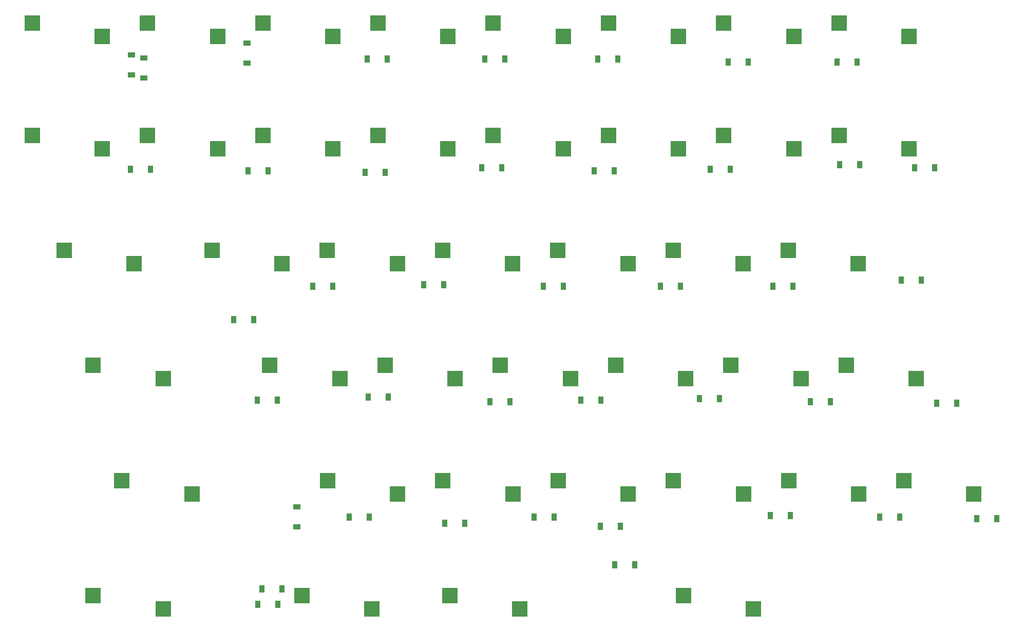
<source format=gbr>
%TF.GenerationSoftware,KiCad,Pcbnew,8.0.6*%
%TF.CreationDate,2024-11-14T19:17:05-07:00*%
%TF.ProjectId,simple_split,73696d70-6c65-45f7-9370-6c69742e6b69,v1.0.0*%
%TF.SameCoordinates,Original*%
%TF.FileFunction,Paste,Bot*%
%TF.FilePolarity,Positive*%
%FSLAX46Y46*%
G04 Gerber Fmt 4.6, Leading zero omitted, Abs format (unit mm)*
G04 Created by KiCad (PCBNEW 8.0.6) date 2024-11-14 19:17:05*
%MOMM*%
%LPD*%
G01*
G04 APERTURE LIST*
%ADD10R,2.600000X2.600000*%
%ADD11R,0.900000X1.200000*%
%ADD12R,1.200000X0.900000*%
G04 APERTURE END LIST*
D10*
%TO.C,S33*%
X256182500Y-115302000D03*
X244632500Y-113102000D03*
%TD*%
D11*
%TO.C,D26*%
X236652000Y-175858000D03*
X233352000Y-175858000D03*
%TD*%
%TO.C,D24*%
X194364000Y-176112000D03*
X197664000Y-176112000D03*
%TD*%
D10*
%TO.C,S31*%
X192000500Y-191302000D03*
X180450500Y-189102000D03*
%TD*%
%TO.C,S8*%
X128445000Y-134302000D03*
X116895000Y-132102000D03*
%TD*%
D11*
%TO.C,D6*%
X226746000Y-118708000D03*
X223446000Y-118708000D03*
%TD*%
%TO.C,D33*%
X260400000Y-118454000D03*
X257100000Y-118454000D03*
%TD*%
%TO.C,D9*%
X161214000Y-138012000D03*
X157914000Y-138012000D03*
%TD*%
%TO.C,D16*%
X170358000Y-156300000D03*
X167058000Y-156300000D03*
%TD*%
%TO.C,D10*%
X179502000Y-137758000D03*
X176202000Y-137758000D03*
%TD*%
D10*
%TO.C,S20*%
X238354000Y-153302000D03*
X226804000Y-151102000D03*
%TD*%
%TO.C,S11*%
X190829000Y-134302000D03*
X179279000Y-132102000D03*
%TD*%
D11*
%TO.C,D23*%
X167184000Y-176112000D03*
X163884000Y-176112000D03*
%TD*%
%TO.C,D7*%
X248082000Y-117946000D03*
X244782000Y-117946000D03*
%TD*%
D10*
%TO.C,S6*%
X218182500Y-115302000D03*
X206632500Y-113102000D03*
%TD*%
%TO.C,F3*%
X180182500Y-96750000D03*
X168632500Y-94550000D03*
%TD*%
%TO.C,F1*%
X142182500Y-96750000D03*
X130632500Y-94550000D03*
%TD*%
%TO.C,S35*%
X123182500Y-96750000D03*
X111632500Y-94550000D03*
%TD*%
%TO.C,S4*%
X180182500Y-115302000D03*
X168632500Y-113102000D03*
%TD*%
%TO.C,S3*%
X161182500Y-115302000D03*
X149632500Y-113102000D03*
%TD*%
%TO.C,Extra_Function_Key1*%
X256182500Y-96750000D03*
X244632500Y-94550000D03*
%TD*%
D11*
%TO.C,D37*%
X170150000Y-100500000D03*
X166850000Y-100500000D03*
%TD*%
%TO.C,D15*%
X152000000Y-156808000D03*
X148700000Y-156808000D03*
%TD*%
%TO.C,D39*%
X208150000Y-100500000D03*
X204850000Y-100500000D03*
%TD*%
D10*
%TO.C,F6*%
X237182500Y-96750000D03*
X225632500Y-94550000D03*
%TD*%
%TO.C,S5*%
X199182500Y-115302000D03*
X187632500Y-113102000D03*
%TD*%
D12*
%TO.C,D36*%
X147000000Y-101150000D03*
X147000000Y-97850000D03*
%TD*%
D11*
%TO.C,D4*%
X189026000Y-118454000D03*
X185726000Y-118454000D03*
%TD*%
%TO.C,D5*%
X207568000Y-118962000D03*
X204268000Y-118962000D03*
%TD*%
D10*
%TO.C,S25*%
X209879000Y-172302000D03*
X198329000Y-170102000D03*
%TD*%
%TO.C,S7*%
X237182500Y-115302000D03*
X225632500Y-113102000D03*
%TD*%
%TO.C,S1*%
X123182500Y-115302000D03*
X111632500Y-113102000D03*
%TD*%
D12*
%TO.C,D30*%
X155246000Y-174462000D03*
X155246000Y-177762000D03*
%TD*%
D11*
%TO.C,D38*%
X189500000Y-100500000D03*
X186200000Y-100500000D03*
%TD*%
D10*
%TO.C,F2*%
X161182500Y-96750000D03*
X149632500Y-94550000D03*
%TD*%
D11*
%TO.C,D28*%
X267388000Y-176366000D03*
X270688000Y-176366000D03*
%TD*%
D10*
%TO.C,S12*%
X209829000Y-134302000D03*
X198279000Y-132102000D03*
%TD*%
%TO.C,S24*%
X190879000Y-172302000D03*
X179329000Y-170102000D03*
%TD*%
D11*
%TO.C,D12*%
X218490000Y-138012000D03*
X215190000Y-138012000D03*
%TD*%
%TO.C,D17*%
X190424000Y-157062000D03*
X187124000Y-157062000D03*
%TD*%
D12*
%TO.C,D34*%
X130000000Y-103650000D03*
X130000000Y-100350000D03*
%TD*%
D11*
%TO.C,D14*%
X258242000Y-136996000D03*
X254942000Y-136996000D03*
%TD*%
%TO.C,D20*%
X239956000Y-157062000D03*
X243256000Y-157062000D03*
%TD*%
%TO.C,D25*%
X208586000Y-177636000D03*
X205286000Y-177636000D03*
%TD*%
%TO.C,D22*%
X152800000Y-188000000D03*
X149500000Y-188000000D03*
%TD*%
D10*
%TO.C,S2*%
X142182500Y-115302000D03*
X130632500Y-113102000D03*
%TD*%
D11*
%TO.C,D3*%
X169850000Y-119216000D03*
X166550000Y-119216000D03*
%TD*%
D10*
%TO.C,S16*%
X162354000Y-153302000D03*
X150804000Y-151102000D03*
%TD*%
%TO.C,S21*%
X257354000Y-153302000D03*
X245804000Y-151102000D03*
%TD*%
%TO.C,S26*%
X228879000Y-172302000D03*
X217329000Y-170102000D03*
%TD*%
D11*
%TO.C,D21*%
X260784000Y-157316000D03*
X264084000Y-157316000D03*
%TD*%
D10*
%TO.C,S17*%
X181354000Y-153302000D03*
X169804000Y-151102000D03*
%TD*%
%TO.C,S18*%
X200354000Y-153302000D03*
X188804000Y-151102000D03*
%TD*%
D12*
%TO.C,D35*%
X128000000Y-103150000D03*
X128000000Y-99850000D03*
%TD*%
D10*
%TO.C,S32*%
X230550500Y-191302000D03*
X219000500Y-189102000D03*
%TD*%
%TO.C,S29*%
X133207500Y-191302000D03*
X121657500Y-189102000D03*
%TD*%
D11*
%TO.C,D31*%
X179630000Y-177128000D03*
X182930000Y-177128000D03*
%TD*%
D10*
%TO.C,S23*%
X171879000Y-172302000D03*
X160329000Y-170102000D03*
%TD*%
D11*
%TO.C,D11*%
X199186000Y-138012000D03*
X195886000Y-138012000D03*
%TD*%
%TO.C,D40*%
X229650000Y-101000000D03*
X226350000Y-101000000D03*
%TD*%
D10*
%TO.C,F5*%
X218182500Y-96750000D03*
X206632500Y-94550000D03*
%TD*%
%TO.C,S14*%
X247829000Y-134302000D03*
X236279000Y-132102000D03*
%TD*%
D11*
%TO.C,D32*%
X207700000Y-184000000D03*
X211000000Y-184000000D03*
%TD*%
%TO.C,D2*%
X150546000Y-118962000D03*
X147246000Y-118962000D03*
%TD*%
%TO.C,D27*%
X251386000Y-176112000D03*
X254686000Y-176112000D03*
%TD*%
D10*
%TO.C,S27*%
X247879000Y-172302000D03*
X236329000Y-170102000D03*
%TD*%
%TO.C,S28*%
X266879000Y-172302000D03*
X255329000Y-170102000D03*
%TD*%
D11*
%TO.C,D29*%
X152150000Y-190500000D03*
X148850000Y-190500000D03*
%TD*%
%TO.C,D13*%
X237032000Y-138012000D03*
X233732000Y-138012000D03*
%TD*%
D10*
%TO.C,S15*%
X133207500Y-153302000D03*
X121657500Y-151102000D03*
%TD*%
%TO.C,S22*%
X137970000Y-172302000D03*
X126420000Y-170102000D03*
%TD*%
D11*
%TO.C,D19*%
X221668000Y-156554000D03*
X224968000Y-156554000D03*
%TD*%
D10*
%TO.C,S19*%
X219354000Y-153302000D03*
X207804000Y-151102000D03*
%TD*%
%TO.C,S9*%
X152829000Y-134302000D03*
X141279000Y-132102000D03*
%TD*%
%TO.C,F4*%
X199182500Y-96750000D03*
X187632500Y-94550000D03*
%TD*%
D11*
%TO.C,D18*%
X202110000Y-156808000D03*
X205410000Y-156808000D03*
%TD*%
D10*
%TO.C,S13*%
X228829000Y-134302000D03*
X217279000Y-132102000D03*
%TD*%
D11*
%TO.C,D1*%
X131116000Y-118708000D03*
X127816000Y-118708000D03*
%TD*%
%TO.C,D8*%
X148150000Y-143500000D03*
X144850000Y-143500000D03*
%TD*%
%TO.C,D41*%
X247650000Y-101000000D03*
X244350000Y-101000000D03*
%TD*%
D10*
%TO.C,S10*%
X171829000Y-134302000D03*
X160279000Y-132102000D03*
%TD*%
%TO.C,S30*%
X167616500Y-191302000D03*
X156066500Y-189102000D03*
%TD*%
M02*

</source>
